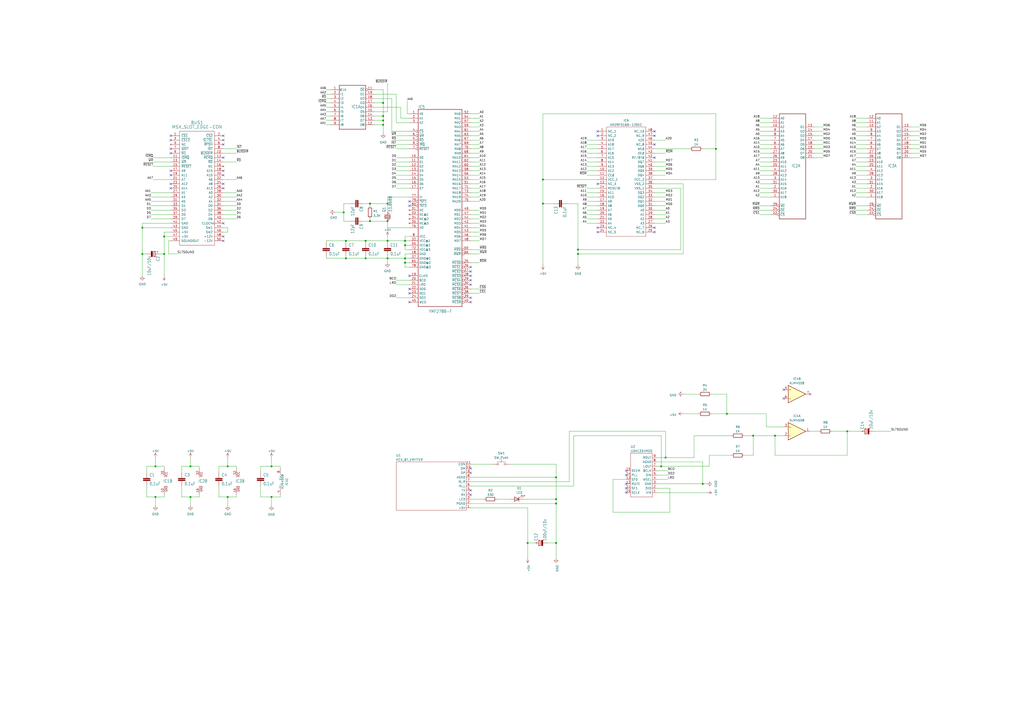
<source format=kicad_sch>
(kicad_sch (version 20230121) (generator eeschema)
  (paper "A2")
  (title_block (title "MSX OPL4 Wozblaster Reloaded") (date "2023-04-19") (rev "3.1") (company "The Retro Hacker") (comment 2 "Reloaded by Cristiano Goncalves") (comment 3 "Original Design by Gustavo Iriarte") (comment 4 "Wozblaster Reloaded v3"))
  (junction (at 157.48 288.29))
  (junction (at 132.08 270.51))
  (junction (at 234.95 149.86))
  (junction (at 335.28 144.78))
  (junction (at 90.17 288.29))
  (junction (at 90.17 270.51))
  (junction (at 322.58 276.86))
  (junction (at 306.07 314.96))
  (junction (at 95.25 147.32))
  (junction (at 132.08 288.29))
  (junction (at 407.67 280.67))
  (junction (at 224.79 149.86))
  (junction (at 82.55 132.08))
  (junction (at 212.09 149.86))
  (junction (at 110.49 270.51))
  (junction (at 199.39 123.19))
  (junction (at 82.55 147.32))
  (junction (at 222.25 59.69))
  (junction (at 234.95 139.7))
  (junction (at 449.58 252.73))
  (junction (at 200.66 149.86))
  (junction (at 224.79 118.11))
  (junction (at 383.54 270.51))
  (junction (at 212.09 139.7))
  (junction (at 322.58 292.1))
  (junction (at 222.25 72.39))
  (junction (at 421.64 240.03))
  (junction (at 335.28 147.32))
  (junction (at 234.95 142.24))
  (junction (at 110.49 288.29))
  (junction (at 322.58 289.56))
  (junction (at 95.25 137.16))
  (junction (at 436.88 252.73))
  (junction (at 314.96 104.14))
  (junction (at 234.95 152.4))
  (junction (at 491.49 250.19))
  (junction (at 214.63 118.11))
  (junction (at 214.63 128.27))
  (junction (at 222.25 69.85))
  (junction (at 322.58 314.96))
  (junction (at 224.79 139.7))
  (junction (at 314.96 118.11))
  (junction (at 222.25 67.31))
  (junction (at 157.48 270.51))
  (junction (at 200.66 139.7))
  (junction (at 386.08 265.43))
  (junction (at 415.29 86.36))
  (junction (at 224.79 128.27))
  (no_connect (at 379.73 78.74))
  (no_connect (at 379.73 134.62))
  (no_connect (at 237.49 160.02))
  (no_connect (at 454.66 226.06))
  (no_connect (at 346.71 134.62))
  (no_connect (at 363.22 285.75))
  (no_connect (at 363.22 280.67))
  (no_connect (at 363.22 283.21))
  (no_connect (at 273.05 160.02))
  (no_connect (at 273.05 157.48))
  (no_connect (at 273.05 154.94))
  (no_connect (at 273.05 165.1))
  (no_connect (at 273.05 162.56))
  (no_connect (at 273.05 175.26))
  (no_connect (at 273.05 172.72))
  (no_connect (at 99.06 109.22))
  (no_connect (at 99.06 106.68))
  (no_connect (at 99.06 99.06))
  (no_connect (at 99.06 101.6))
  (no_connect (at 129.54 129.54))
  (no_connect (at 129.54 106.68))
  (no_connect (at 129.54 109.22))
  (no_connect (at 237.49 116.84))
  (no_connect (at 237.49 119.38))
  (no_connect (at 454.66 231.14))
  (no_connect (at 237.49 167.64))
  (no_connect (at 346.71 76.2))
  (no_connect (at 273.05 274.32))
  (no_connect (at 273.05 271.78))
  (no_connect (at 379.73 132.08))
  (no_connect (at 237.49 170.18))
  (no_connect (at 237.49 175.26))
  (no_connect (at 363.22 275.59))
  (no_connect (at 129.54 139.7))
  (no_connect (at 346.71 132.08))
  (no_connect (at 346.71 78.74))
  (no_connect (at 273.05 287.02))
  (no_connect (at 363.22 273.05))
  (no_connect (at 469.9 228.6))
  (no_connect (at 379.73 76.2))
  (no_connect (at 273.05 284.48))
  (no_connect (at 379.73 83.82))
  (no_connect (at 379.73 91.44))
  (no_connect (at 129.54 99.06))
  (no_connect (at 129.54 101.6))
  (no_connect (at 129.54 137.16))
  (no_connect (at 346.71 106.68))
  (no_connect (at 99.06 78.74))
  (no_connect (at 99.06 81.28))
  (no_connect (at 99.06 86.36))
  (no_connect (at 99.06 88.9))
  (no_connect (at 129.54 78.74))
  (no_connect (at 129.54 81.28))
  (no_connect (at 129.54 83.82))
  (no_connect (at 129.54 91.44))
  (wire (pts (xy 224.79 132.08) (xy 237.49 132.08)))
  (wire (pts (xy 440.69 73.66) (xy 447.04 73.66)))
  (wire (pts (xy 431.8 264.16) (xy 436.88 264.16)))
  (wire (pts (xy 236.22 66.04) (xy 237.49 66.04)))
  (wire (pts (xy 273.05 281.94) (xy 332.74 281.94)))
  (wire (pts (xy 412.75 240.03) (xy 421.64 240.03)))
  (wire (pts (xy 229.87 83.82) (xy 237.49 83.82)))
  (wire (pts (xy 137.16 270.51) (xy 137.16 271.78)))
  (wire (pts (xy 132.08 288.29) (xy 137.16 288.29)))
  (wire (pts (xy 217.17 52.07) (xy 222.25 52.07)))
  (wire (pts (xy 396.24 147.32) (xy 335.28 147.32)))
  (wire (pts (xy 383.54 252.73) (xy 383.54 270.51)))
  (wire (pts (xy 234.95 142.24) (xy 234.95 144.78)))
  (wire (pts (xy 273.05 129.54) (xy 278.13 129.54)))
  (wire (pts (xy 162.56 287.02) (xy 162.56 288.29)))
  (wire (pts (xy 309.88 314.96) (xy 306.07 314.96)))
  (wire (pts (xy 335.28 144.78) (xy 335.28 147.32)))
  (wire (pts (xy 386.08 265.43) (xy 402.59 265.43)))
  (wire (pts (xy 189.23 67.31) (xy 191.77 67.31)))
  (wire (pts (xy 229.87 93.98) (xy 237.49 93.98)))
  (wire (pts (xy 496.57 109.22) (xy 502.92 109.22)))
  (wire (pts (xy 229.87 96.52) (xy 237.49 96.52)))
  (wire (pts (xy 157.48 265.43) (xy 157.48 270.51)))
  (wire (pts (xy 394.97 109.22) (xy 394.97 144.78)))
  (wire (pts (xy 436.88 252.73) (xy 449.58 252.73)))
  (wire (pts (xy 214.63 127) (xy 214.63 128.27)))
  (wire (pts (xy 421.64 228.6) (xy 421.64 240.03)))
  (wire (pts (xy 88.9 91.44) (xy 99.06 91.44)))
  (wire (pts (xy 496.57 73.66) (xy 502.92 73.66)))
  (wire (pts (xy 129.54 124.46) (xy 137.16 124.46)))
  (wire (pts (xy 421.64 240.03) (xy 444.5 240.03)))
  (wire (pts (xy 212.09 149.86) (xy 224.79 149.86)))
  (wire (pts (xy 88.9 96.52) (xy 99.06 96.52)))
  (wire (pts (xy 436.88 264.16) (xy 436.88 252.73)))
  (wire (pts (xy 314.96 118.11) (xy 314.96 153.67)))
  (wire (pts (xy 82.55 132.08) (xy 99.06 132.08)))
  (wire (pts (xy 229.87 162.56) (xy 237.49 162.56)))
  (wire (pts (xy 82.55 129.54) (xy 82.55 132.08)))
  (wire (pts (xy 129.54 127) (xy 137.16 127)))
  (wire (pts (xy 472.44 86.36) (xy 477.52 86.36)))
  (wire (pts (xy 381 275.59) (xy 387.35 275.59)))
  (wire (pts (xy 132.08 265.43) (xy 132.08 270.51)))
  (wire (pts (xy 105.41 288.29) (xy 110.49 288.29)))
  (wire (pts (xy 273.05 111.76) (xy 278.13 111.76)))
  (wire (pts (xy 407.67 267.97) (xy 407.67 280.67)))
  (wire (pts (xy 234.95 142.24) (xy 237.49 142.24)))
  (wire (pts (xy 273.05 121.92) (xy 278.13 121.92)))
  (wire (pts (xy 528.32 76.2) (xy 533.4 76.2)))
  (wire (pts (xy 528.32 73.66) (xy 533.4 73.66)))
  (wire (pts (xy 491.49 250.19) (xy 499.11 250.19)))
  (wire (pts (xy 396.24 228.6) (xy 405.13 228.6)))
  (wire (pts (xy 340.36 129.54) (xy 346.71 129.54)))
  (wire (pts (xy 496.57 76.2) (xy 502.92 76.2)))
  (wire (pts (xy 222.25 59.69) (xy 222.25 67.31)))
  (wire (pts (xy 95.25 137.16) (xy 99.06 137.16)))
  (wire (pts (xy 379.73 127) (xy 386.08 127)))
  (wire (pts (xy 496.57 86.36) (xy 502.92 86.36)))
  (wire (pts (xy 151.13 274.32) (xy 151.13 270.51)))
  (wire (pts (xy 379.73 106.68) (xy 396.24 106.68)))
  (wire (pts (xy 330.2 279.4) (xy 330.2 250.19)))
  (wire (pts (xy 234.95 152.4) (xy 234.95 154.94)))
  (wire (pts (xy 273.05 292.1) (xy 322.58 292.1)))
  (wire (pts (xy 210.82 128.27) (xy 214.63 128.27)))
  (wire (pts (xy 388.62 283.21) (xy 388.62 297.18)))
  (wire (pts (xy 444.5 247.65) (xy 454.66 247.65)))
  (wire (pts (xy 273.05 152.4) (xy 278.13 152.4)))
  (wire (pts (xy 85.09 288.29) (xy 90.17 288.29)))
  (wire (pts (xy 151.13 288.29) (xy 151.13 281.94)))
  (wire (pts (xy 224.79 139.7) (xy 234.95 139.7)))
  (wire (pts (xy 273.05 132.08) (xy 278.13 132.08)))
  (wire (pts (xy 381 283.21) (xy 388.62 283.21)))
  (wire (pts (xy 496.57 124.46) (xy 502.92 124.46)))
  (wire (pts (xy 496.57 121.92) (xy 502.92 121.92)))
  (wire (pts (xy 388.62 297.18) (xy 355.6 297.18)))
  (wire (pts (xy 222.25 52.07) (xy 222.25 59.69)))
  (wire (pts (xy 340.36 124.46) (xy 346.71 124.46)))
  (wire (pts (xy 440.69 93.98) (xy 447.04 93.98)))
  (wire (pts (xy 189.23 69.85) (xy 191.77 69.85)))
  (wire (pts (xy 379.73 124.46) (xy 386.08 124.46)))
  (wire (pts (xy 129.54 132.08) (xy 132.08 132.08)))
  (wire (pts (xy 379.73 93.98) (xy 386.08 93.98)))
  (wire (pts (xy 330.2 250.19) (xy 386.08 250.19)))
  (wire (pts (xy 440.69 121.92) (xy 447.04 121.92)))
  (wire (pts (xy 381 280.67) (xy 407.67 280.67)))
  (wire (pts (xy 440.69 99.06) (xy 447.04 99.06)))
  (wire (pts (xy 194.31 123.19) (xy 199.39 123.19)))
  (wire (pts (xy 85.09 281.94) (xy 85.09 288.29)))
  (wire (pts (xy 440.69 106.68) (xy 447.04 106.68)))
  (wire (pts (xy 379.73 86.36) (xy 400.05 86.36)))
  (wire (pts (xy 440.69 81.28) (xy 447.04 81.28)))
  (wire (pts (xy 415.29 104.14) (xy 415.29 86.36)))
  (wire (pts (xy 340.36 93.98) (xy 346.71 93.98)))
  (wire (pts (xy 322.58 289.56) (xy 322.58 292.1)))
  (wire (pts (xy 189.23 62.23) (xy 191.77 62.23)))
  (wire (pts (xy 379.73 81.28) (xy 386.08 81.28)))
  (wire (pts (xy 82.55 147.32) (xy 85.09 147.32)))
  (wire (pts (xy 224.79 149.86) (xy 234.95 149.86)))
  (wire (pts (xy 229.87 71.12) (xy 237.49 71.12)))
  (wire (pts (xy 189.23 64.77) (xy 191.77 64.77)))
  (wire (pts (xy 340.36 88.9) (xy 346.71 88.9)))
  (wire (pts (xy 340.36 83.82) (xy 346.71 83.82)))
  (wire (pts (xy 227.33 57.15) (xy 227.33 76.2)))
  (wire (pts (xy 496.57 71.12) (xy 502.92 71.12)))
  (wire (pts (xy 379.73 121.92) (xy 386.08 121.92)))
  (wire (pts (xy 528.32 88.9) (xy 533.4 88.9)))
  (wire (pts (xy 340.36 109.22) (xy 346.71 109.22)))
  (wire (pts (xy 322.58 276.86) (xy 322.58 289.56)))
  (wire (pts (xy 110.49 270.51) (xy 105.41 270.51)))
  (wire (pts (xy 234.95 147.32) (xy 234.95 149.86)))
  (wire (pts (xy 229.87 101.6) (xy 237.49 101.6)))
  (wire (pts (xy 127 270.51) (xy 127 274.32)))
  (wire (pts (xy 288.29 289.56) (xy 295.91 289.56)))
  (wire (pts (xy 379.73 111.76) (xy 386.08 111.76)))
  (wire (pts (xy 90.17 270.51) (xy 95.25 270.51)))
  (wire (pts (xy 396.24 106.68) (xy 396.24 147.32)))
  (wire (pts (xy 234.95 137.16) (xy 234.95 139.7)))
  (wire (pts (xy 273.05 106.68) (xy 278.13 106.68)))
  (wire (pts (xy 496.57 83.82) (xy 502.92 83.82)))
  (wire (pts (xy 306.07 294.64) (xy 306.07 314.96)))
  (wire (pts (xy 528.32 83.82) (xy 533.4 83.82)))
  (wire (pts (xy 340.36 99.06) (xy 346.71 99.06)))
  (wire (pts (xy 379.73 109.22) (xy 394.97 109.22)))
  (wire (pts (xy 87.63 121.92) (xy 99.06 121.92)))
  (wire (pts (xy 322.58 269.24) (xy 322.58 276.86)))
  (wire (pts (xy 317.5 314.96) (xy 322.58 314.96)))
  (wire (pts (xy 440.69 101.6) (xy 447.04 101.6)))
  (wire (pts (xy 440.69 68.58) (xy 447.04 68.58)))
  (wire (pts (xy 440.69 119.38) (xy 447.04 119.38)))
  (wire (pts (xy 88.9 104.14) (xy 99.06 104.14)))
  (wire (pts (xy 234.95 139.7) (xy 237.49 139.7)))
  (wire (pts (xy 157.48 270.51) (xy 162.56 270.51)))
  (wire (pts (xy 212.09 139.7) (xy 224.79 139.7)))
  (wire (pts (xy 440.69 111.76) (xy 447.04 111.76)))
  (wire (pts (xy 440.69 76.2) (xy 447.04 76.2)))
  (wire (pts (xy 528.32 78.74) (xy 533.4 78.74)))
  (wire (pts (xy 273.05 114.3) (xy 278.13 114.3)))
  (wire (pts (xy 189.23 72.39) (xy 191.77 72.39)))
  (wire (pts (xy 273.05 147.32) (xy 278.13 147.32)))
  (wire (pts (xy 212.09 149.86) (xy 212.09 148.59)))
  (wire (pts (xy 379.73 114.3) (xy 386.08 114.3)))
  (wire (pts (xy 200.66 139.7) (xy 200.66 140.97)))
  (wire (pts (xy 129.54 111.76) (xy 137.16 111.76)))
  (wire (pts (xy 229.87 106.68) (xy 237.49 106.68)))
  (wire (pts (xy 496.57 114.3) (xy 502.92 114.3)))
  (wire (pts (xy 189.23 57.15) (xy 191.77 57.15)))
  (wire (pts (xy 396.24 240.03) (xy 405.13 240.03)))
  (wire (pts (xy 95.25 134.62) (xy 99.06 134.62)))
  (wire (pts (xy 189.23 149.86) (xy 200.66 149.86)))
  (wire (pts (xy 273.05 68.58) (xy 278.13 68.58)))
  (wire (pts (xy 411.48 270.51) (xy 411.48 264.16)))
  (wire (pts (xy 335.28 147.32) (xy 335.28 153.67)))
  (wire (pts (xy 273.05 66.04) (xy 278.13 66.04)))
  (wire (pts (xy 335.28 118.11) (xy 335.28 144.78)))
  (wire (pts (xy 224.79 64.77) (xy 217.17 64.77)))
  (wire (pts (xy 217.17 67.31) (xy 222.25 67.31)))
  (wire (pts (xy 189.23 149.86) (xy 189.23 148.59)))
  (wire (pts (xy 129.54 86.36) (xy 137.16 86.36)))
  (wire (pts (xy 402.59 265.43) (xy 402.59 252.73)))
  (wire (pts (xy 273.05 170.18) (xy 278.13 170.18)))
  (wire (pts (xy 402.59 252.73) (xy 424.18 252.73)))
  (wire (pts (xy 110.49 288.29) (xy 110.49 293.37)))
  (wire (pts (xy 229.87 78.74) (xy 237.49 78.74)))
  (wire (pts (xy 95.25 137.16) (xy 95.25 147.32)))
  (wire (pts (xy 379.73 96.52) (xy 386.08 96.52)))
  (wire (pts (xy 273.05 101.6) (xy 278.13 101.6)))
  (wire (pts (xy 496.57 88.9) (xy 502.92 88.9)))
  (wire (pts (xy 394.97 144.78) (xy 335.28 144.78)))
  (wire (pts (xy 129.54 119.38) (xy 137.16 119.38)))
  (wire (pts (xy 322.58 292.1) (xy 322.58 314.96)))
  (wire (pts (xy 340.36 114.3) (xy 346.71 114.3)))
  (wire (pts (xy 224.79 128.27) (xy 224.79 132.08)))
  (wire (pts (xy 340.36 81.28) (xy 346.71 81.28)))
  (wire (pts (xy 340.36 111.76) (xy 346.71 111.76)))
  (wire (pts (xy 110.49 288.29) (xy 115.57 288.29)))
  (wire (pts (xy 82.55 147.32) (xy 82.55 160.02)))
  (wire (pts (xy 129.54 104.14) (xy 137.16 104.14)))
  (wire (pts (xy 110.49 265.43) (xy 110.49 270.51)))
  (wire (pts (xy 440.69 91.44) (xy 447.04 91.44)))
  (wire (pts (xy 431.8 252.73) (xy 436.88 252.73)))
  (wire (pts (xy 229.87 165.1) (xy 237.49 165.1)))
  (wire (pts (xy 469.9 250.19) (xy 474.98 250.19)))
  (wire (pts (xy 129.54 121.92) (xy 137.16 121.92)))
  (wire (pts (xy 381 285.75) (xy 410.21 285.75)))
  (wire (pts (xy 237.49 147.32) (xy 234.95 147.32)))
  (wire (pts (xy 227.33 76.2) (xy 237.49 76.2)))
  (wire (pts (xy 528.32 91.44) (xy 533.4 91.44)))
  (wire (pts (xy 273.05 167.64) (xy 278.13 167.64)))
  (wire (pts (xy 528.32 86.36) (xy 533.4 86.36)))
  (wire (pts (xy 482.6 250.19) (xy 491.49 250.19)))
  (wire (pts (xy 273.05 109.22) (xy 278.13 109.22)))
  (wire (pts (xy 444.5 240.03) (xy 444.5 247.65)))
  (wire (pts (xy 386.08 250.19) (xy 386.08 265.43)))
  (wire (pts (xy 411.48 264.16) (xy 424.18 264.16)))
  (wire (pts (xy 132.08 270.51) (xy 127 270.51)))
  (wire (pts (xy 151.13 270.51) (xy 157.48 270.51)))
  (wire (pts (xy 200.66 139.7) (xy 212.09 139.7)))
  (wire (pts (xy 85.09 270.51) (xy 85.09 274.32)))
  (wire (pts (xy 115.57 288.29) (xy 115.57 287.02)))
  (wire (pts (xy 222.25 69.85) (xy 222.25 72.39)))
  (wire (pts (xy 332.74 252.73) (xy 383.54 252.73)))
  (wire (pts (xy 214.63 128.27) (xy 224.79 128.27)))
  (wire (pts (xy 90.17 265.43) (xy 90.17 270.51)))
  (wire (pts (xy 314.96 104.14) (xy 346.71 104.14)))
  (wire (pts (xy 407.67 86.36) (xy 415.29 86.36)))
  (wire (pts (xy 273.05 76.2) (xy 278.13 76.2)))
  (wire (pts (xy 273.05 91.44) (xy 278.13 91.44)))
  (wire (pts (xy 95.25 270.51) (xy 95.25 271.78)))
  (wire (pts (xy 157.48 288.29) (xy 162.56 288.29)))
  (wire (pts (xy 273.05 88.9) (xy 278.13 88.9)))
  (wire (pts (xy 472.44 76.2) (xy 477.52 76.2)))
  (wire (pts (xy 496.57 119.38) (xy 502.92 119.38)))
  (wire (pts (xy 355.6 297.18) (xy 355.6 278.13)))
  (wire (pts (xy 440.69 104.14) (xy 447.04 104.14)))
  (wire (pts (xy 137.16 287.02) (xy 137.16 288.29)))
  (wire (pts (xy 273.05 73.66) (xy 278.13 73.66)))
  (wire (pts (xy 273.05 279.4) (xy 330.2 279.4)))
  (wire (pts (xy 306.07 314.96) (xy 306.07 323.85)))
  (wire (pts (xy 162.56 270.51) (xy 162.56 271.78)))
  (wire (pts (xy 506.73 250.19) (xy 516.89 250.19)))
  (wire (pts (xy 381 273.05) (xy 387.35 273.05)))
  (wire (pts (xy 229.87 91.44) (xy 237.49 91.44)))
  (wire (pts (xy 440.69 86.36) (xy 447.04 86.36)))
  (wire (pts (xy 82.55 132.08) (xy 82.55 147.32)))
  (wire (pts (xy 203.2 128.27) (xy 199.39 128.27)))
  (wire (pts (xy 273.05 116.84) (xy 278.13 116.84)))
  (wire (pts (xy 203.2 118.11) (xy 199.39 118.11)))
  (wire (pts (xy 379.73 104.14) (xy 415.29 104.14)))
  (wire (pts (xy 92.71 147.32) (xy 95.25 147.32)))
  (wire (pts (xy 273.05 96.52) (xy 278.13 96.52)))
  (wire (pts (xy 340.36 119.38) (xy 346.71 119.38)))
  (wire (pts (xy 191.77 54.61) (xy 189.23 54.61)))
  (wire (pts (xy 273.05 127) (xy 278.13 127)))
  (wire (pts (xy 314.96 66.04) (xy 314.96 104.14)))
  (wire (pts (xy 273.05 71.12) (xy 278.13 71.12)))
  (wire (pts (xy 237.49 149.86) (xy 234.95 149.86)))
  (wire (pts (xy 87.63 111.76) (xy 99.06 111.76)))
  (wire (pts (xy 379.73 101.6) (xy 386.08 101.6)))
  (wire (pts (xy 472.44 81.28) (xy 477.52 81.28)))
  (wire (pts (xy 129.54 116.84) (xy 137.16 116.84)))
  (wire (pts (xy 95.25 147.32) (xy 95.25 160.02)))
  (wire (pts (xy 340.36 121.92) (xy 346.71 121.92)))
  (wire (pts (xy 127 288.29) (xy 127 281.94)))
  (wire (pts (xy 229.87 104.14) (xy 237.49 104.14)))
  (wire (pts (xy 528.32 81.28) (xy 533.4 81.28)))
  (wire (pts (xy 496.57 101.6) (xy 502.92 101.6)))
  (wire (pts (xy 322.58 314.96) (xy 322.58 323.85)))
  (wire (pts (xy 90.17 288.29) (xy 95.25 288.29)))
  (wire (pts (xy 234.95 144.78) (xy 237.49 144.78)))
  (wire (pts (xy 314.96 66.04) (xy 415.29 66.04)))
  (wire (pts (xy 224.79 148.59) (xy 224.79 149.86)))
  (wire (pts (xy 273.05 139.7) (xy 278.13 139.7)))
  (wire (pts (xy 105.41 270.51) (xy 105.41 274.32)))
  (wire (pts (xy 97.79 139.7) (xy 99.06 139.7)))
  (wire (pts (xy 355.6 278.13) (xy 363.22 278.13)))
  (wire (pts (xy 217.17 72.39) (xy 222.25 72.39)))
  (wire (pts (xy 440.69 124.46) (xy 447.04 124.46)))
  (wire (pts (xy 472.44 83.82) (xy 477.52 83.82)))
  (wire (pts (xy 105.41 281.94) (xy 105.41 288.29)))
  (wire (pts (xy 472.44 91.44) (xy 477.52 91.44)))
  (wire (pts (xy 229.87 99.06) (xy 237.49 99.06)))
  (wire (pts (xy 491.49 250.19) (xy 491.49 264.16)))
  (wire (pts (xy 217.17 54.61) (xy 229.87 54.61)))
  (wire (pts (xy 496.57 99.06) (xy 502.92 99.06)))
  (wire (pts (xy 328.93 118.11) (xy 335.28 118.11)))
  (wire (pts (xy 383.54 270.51) (xy 411.48 270.51)))
  (wire (pts (xy 295.91 269.24) (xy 322.58 269.24)))
  (wire (pts (xy 137.16 270.51) (xy 132.08 270.51)))
  (wire (pts (xy 224.79 149.86) (xy 224.79 152.4)))
  (wire (pts (xy 234.95 154.94) (xy 237.49 154.94)))
  (wire (pts (xy 496.57 78.74) (xy 502.92 78.74)))
  (wire (pts (xy 132.08 132.08) (xy 132.08 134.62)))
  (wire (pts (xy 273.05 86.36) (xy 278.13 86.36)))
  (wire (pts (xy 340.36 101.6) (xy 346.71 101.6)))
  (wire (pts (xy 303.53 289.56) (xy 322.58 289.56)))
  (wire (pts (xy 200.66 149.86) (xy 200.66 148.59)))
  (wire (pts (xy 237.49 152.4) (xy 234.95 152.4)))
  (wire (pts (xy 314.96 118.11) (xy 321.31 118.11)))
  (wire (pts (xy 379.73 119.38) (xy 386.08 119.38)))
  (wire (pts (xy 496.57 104.14) (xy 502.92 104.14)))
  (wire (pts (xy 129.54 93.98) (xy 137.16 93.98)))
  (wire (pts (xy 222.25 69.85) (xy 222.25 67.31)))
  (wire (pts (xy 212.09 139.7) (xy 212.09 140.97)))
  (wire (pts (xy 407.67 280.67) (xy 410.21 280.67)))
  (wire (pts (xy 224.79 139.7) (xy 224.79 140.97)))
  (wire (pts (xy 87.63 119.38) (xy 99.06 119.38)))
  (wire (pts (xy 440.69 96.52) (xy 447.04 96.52)))
  (wire (pts (xy 95.25 288.29) (xy 95.25 287.02)))
  (wire (pts (xy 273.05 144.78) (xy 278.13 144.78)))
  (wire (pts (xy 87.63 114.3) (xy 99.06 114.3)))
  (wire (pts (xy 95.25 134.62) (xy 95.25 137.16)))
  (wire (pts (xy 87.63 116.84) (xy 99.06 116.84)))
  (wire (pts (xy 415.29 86.36) (xy 415.29 66.04)))
  (wire (pts (xy 229.87 172.72) (xy 237.49 172.72)))
  (wire (pts (xy 115.57 270.51) (xy 110.49 270.51)))
  (wire (pts (xy 129.54 114.3) (xy 137.16 114.3)))
  (wire (pts (xy 379.73 99.06) (xy 386.08 99.06)))
  (wire (pts (xy 440.69 83.82) (xy 447.04 83.82)))
  (wire (pts (xy 97.79 147.32) (xy 102.87 147.32)))
  (wire (pts (xy 224.79 48.26) (xy 224.79 64.77)))
  (wire (pts (xy 273.05 99.06) (xy 278.13 99.06)))
  (wire (pts (xy 229.87 54.61) (xy 229.87 71.12)))
  (wire (pts (xy 496.57 91.44) (xy 502.92 91.44)))
  (wire (pts (xy 496.57 68.58) (xy 502.92 68.58)))
  (wire (pts (xy 340.36 116.84) (xy 346.71 116.84)))
  (wire (pts (xy 232.41 62.23) (xy 232.41 68.58)))
  (wire (pts (xy 132.08 134.62) (xy 129.54 134.62)))
  (wire (pts (xy 217.17 62.23) (xy 232.41 62.23)))
  (wire (pts (xy 449.58 264.16) (xy 449.58 252.73)))
  (wire (pts (xy 237.49 137.16) (xy 234.95 137.16)))
  (wire (pts (xy 189.23 59.69) (xy 191.77 59.69)))
  (wire (pts (xy 189.23 52.07) (xy 191.77 52.07)))
  (wire (pts (xy 199.39 123.19) (xy 199.39 128.27)))
  (wire (pts (xy 189.23 139.7) (xy 200.66 139.7)))
  (wire (pts (xy 129.54 88.9) (xy 137.16 88.9)))
  (wire (pts (xy 340.36 96.52) (xy 346.71 96.52)))
  (wire (pts (xy 381 278.13) (xy 387.35 278.13)))
  (wire (pts (xy 273.05 124.46) (xy 278.13 124.46)))
  (wire (pts (xy 381 265.43) (xy 386.08 265.43)))
  (wire (pts (xy 224.79 114.3) (xy 237.49 114.3)))
  (wire (pts (xy 82.55 129.54) (xy 99.06 129.54)))
  (wire (pts (xy 496.57 111.76) (xy 502.92 111.76)))
  (wire (pts (xy 85.09 270.51) (xy 90.17 270.51)))
  (wire (pts (xy 151.13 288.29) (xy 157.48 288.29)))
  (wire (pts (xy 273.05 294.64) (xy 306.07 294.64)))
  (wire (pts (xy 449.58 252.73) (xy 454.66 252.73)))
  (wire (pts (xy 381 270.51) (xy 383.54 270.51)))
  (wire (pts (xy 314.96 104.14) (xy 314.96 118.11)))
  (wire (pts (xy 379.73 116.84) (xy 386.08 116.84)))
  (wire (pts (xy 236.22 66.04) (xy 236.22 58.42)))
  (wire (pts (xy 217.17 69.85) (xy 222.25 69.85)))
  (wire (pts (xy 472.44 78.74) (xy 477.52 78.74)))
  (wire (pts (xy 199.39 118.11) (xy 199.39 123.19)))
  (wire (pts (xy 200.66 149.86) (xy 212.09 149.86)))
  (wire (pts (xy 234.95 149.86) (xy 234.95 152.4)))
  (wire (pts (xy 496.57 106.68) (xy 502.92 106.68)))
  (wire (pts (xy 379.73 88.9) (xy 386.08 88.9)))
  (wire (pts (xy 273.05 104.14) (xy 278.13 104.14)))
  (wire (pts (xy 115.57 270.51) (xy 115.57 271.78)))
  (wire (pts (xy 472.44 73.66) (xy 477.52 73.66)))
  (wire (pts (xy 273.05 83.82) (xy 278.13 83.82)))
  (wire (pts (xy 224.79 118.11) (xy 224.79 123.19)))
  (wire (pts (xy 224.79 137.16) (xy 224.79 139.7)))
  (wire (pts (xy 87.63 124.46) (xy 99.06 124.46)))
  (wire (pts (xy 127 288.29) (xy 132.08 288.29)))
  (wire (pts (xy 229.87 81.28) (xy 237.49 81.28)))
  (wire (pts (xy 273.05 289.56) (xy 280.67 289.56)))
  (wire (pts (xy 472.44 88.9) (xy 477.52 88.9)))
  (wire (pts (xy 229.87 86.36) (xy 237.49 86.36)))
  (wire (pts (xy 87.63 127) (xy 99.06 127)))
  (wire (pts (xy 97.79 139.7) (xy 97.79 147.32)))
  (wire (pts (xy 340.36 86.36) (xy 346.71 86.36)))
  (wire (pts (xy 381 267.97) (xy 407.67 267.97)))
  (wire (pts (xy 229.87 109.22) (xy 237.49 109.22)))
  (wire (pts (xy 379.73 129.54) (xy 386.08 129.54)))
  (wire (pts (xy 214.63 118.11) (xy 214.63 119.38)))
  (wire (pts (xy 90.17 288.29) (xy 90.17 293.37)))
  (wire (pts (xy 440.69 71.12) (xy 447.04 71.12)))
  (wire (pts (xy 491.49 264.16) (xy 449.58 264.16)))
  (wire (pts (xy 273.05 269.24) (xy 285.75 269.24)))
  (wire (pts (xy 496.57 96.52) (xy 502.92 96.52)))
  (wire (pts (xy 440.69 78.74) (xy 447.04 78.74)))
  (wire (pts (xy 224.79 114.3) (xy 224.79 118.11)))
  (wire (pts (xy 332.74 281.94) (xy 332.74 252.73)))
  (wire (pts (xy 88.9 93.98) (xy 99.06 93.98)))
  (wire (pts (xy 234.95 139.7) (xy 234.95 142.24)))
  (wire (pts (xy 273.05 134.62) (xy 278.13 134.62)))
  (wire (pts (xy 340.36 91.44) (xy 346.71 91.44)))
  (wire (pts (xy 340.36 127) (xy 346.71 127)))
  (wire (pts (xy 440.69 88.9) (xy 447.04 88.9)))
  (wire (pts (xy 217.17 59.69) (xy 222.25 59.69)))
  (wire (pts (xy 496.57 81.28) (xy 502.92 81.28)))
  (wire (pts (xy 273.05 276.86) (xy 322.58 276.86)))
  (wire (pts (xy 189.23 139.7) (xy 189.23 140.97)))
  (wire (pts (xy 157.48 288.29) (xy 157.48 293.37)))
  (wire (pts (xy 232.41 68.58) (xy 237.49 68.58)))
  (wire (pts (xy 273.05 93.98) (xy 278.13 93.98)))
  (wire (pts (xy 273.05 81.28) (xy 278.13 81.28)))
  (wire (pts (xy 132.08 288.29) (xy 132.08 293.37)))
  (wire (pts (xy 217.17 57.15) (xy 227.33 57.15)))
  (wire (pts (xy 496.57 93.98) (xy 502.92 93.98)))
  (wire (pts (xy 273.05 137.16) (xy 278.13 137.16)))
  (wire (pts (xy 440.69 114.3) (xy 447.04 114.3)))
  (wire (pts (xy 214.63 118.11) (xy 224.79 118.11)))
  (wire (pts (xy 440.69 109.22) (xy 447.04 109.22)))
  (wire (pts (xy 222.25 72.39) (xy 222.25 77.47)))
  (wire (pts (xy 273.05 78.74) (xy 278.13 78.74)))
  (wire (pts (xy 210.82 118.11) (xy 214.63 118.11)))
  (wire (pts (xy 412.75 228.6) (xy 421.64 228.6)))
  (label "MD4" (at 386.08 101.6 0) (effects (font (size 1.2446 1.2446))))
  (label "AA3" (at 87.63 114.3 180) (effects (font (size 1.2446 1.2446))))
  (label "AA2" (at 137.16 114.3 0) (effects (font (size 1.2446 1.2446))))
  (label "~{MRD}" (at 440.69 121.92 180) (effects (font (size 1.2446 1.2446))))
  (label "A12" (at 440.69 111.76 180) (effects (font (size 1.2446 1.2446))))
  (label "A8" (at 496.57 71.12 180) (effects (font (size 1.2446 1.2446))))
  (label "A2" (at 440.69 114.3 180) (effects (font (size 1.2446 1.2446))))
  (label "MD2" (at 533.4 78.74 0) (effects (font (size 1.2446 1.2446))))
  (label "~{MWR}" (at 440.69 119.38 180) (effects (font (size 1.2446 1.2446))))
  (label "A11" (at 440.69 99.06 180) (effects (font (size 1.2446 1.2446))))
  (label "MD0" (at 533.4 81.28 0) (effects (font (size 1.2446 1.2446))))
  (label "AA5" (at 189.23 62.23 180) (effects (font (size 1.2446 1.2446))))
  (label "A17" (at 340.36 86.36 180) (effects (font (size 1.2446 1.2446))))
  (label "~{MRD}" (at 496.57 121.92 180) (effects (font (size 1.2446 1.2446))))
  (label "~{RESET}" (at 88.9 96.52 180) (effects (font (size 1.2446 1.2446))))
  (label "D1" (at 229.87 93.98 180) (effects (font (size 1.2446 1.2446))))
  (label "A17" (at 496.57 91.44 180) (effects (font (size 1.2446 1.2446))))
  (label "A20" (at 278.13 116.84 0) (effects (font (size 1.2446 1.2446))))
  (label "A13" (at 278.13 99.06 0) (effects (font (size 1.2446 1.2446))))
  (label "MD4" (at 477.52 76.2 0) (effects (font (size 1.2446 1.2446))))
  (label "A16" (at 278.13 106.68 0) (effects (font (size 1.2446 1.2446))))
  (label "MD7" (at 533.4 91.44 0) (effects (font (size 1.2446 1.2446))))
  (label "MD6" (at 278.13 137.16 0) (effects (font (size 1.2446 1.2446))))
  (label "~{RESET}" (at 229.87 86.36 180) (effects (font (size 1.2446 1.2446))))
  (label "AA6" (at 189.23 52.07 180) (effects (font (size 1.2446 1.2446))))
  (label "~{IORQ}" (at 88.9 91.44 180) (effects (font (size 1.2446 1.2446))))
  (label "A8" (at 440.69 71.12 180) (effects (font (size 1.2446 1.2446))))
  (label "~{RESET}" (at 340.36 109.22 180) (effects (font (size 1.2446 1.2446))))
  (label "A5" (at 440.69 76.2 180) (effects (font (size 1.2446 1.2446))))
  (label "A2" (at 496.57 114.3 180) (effects (font (size 1.2446 1.2446))))
  (label "MD2" (at 386.08 114.3 0) (effects (font (size 1.2446 1.2446))))
  (label "AA7" (at 189.23 69.85 180) (effects (font (size 1.2446 1.2446))))
  (label "AA3" (at 189.23 67.31 180) (effects (font (size 1.2446 1.2446))))
  (label "D0" (at 137.16 119.38 0) (effects (font (size 1.2446 1.2446))))
  (label "A14" (at 496.57 83.82 180) (effects (font (size 1.2446 1.2446))))
  (label "A5" (at 496.57 76.2 180) (effects (font (size 1.2446 1.2446))))
  (label "LRO" (at 229.87 165.1 180))
  (label "~{RD}" (at 229.87 81.28 180) (effects (font (size 1.2446 1.2446))))
  (label "A5" (at 340.36 127 180) (effects (font (size 1.2446 1.2446))))
  (label "MD2" (at 278.13 127 0) (effects (font (size 1.2446 1.2446))))
  (label "A1" (at 496.57 109.22 180) (effects (font (size 1.2446 1.2446))))
  (label "A6" (at 440.69 73.66 180) (effects (font (size 1.2446 1.2446))))
  (label "MD4" (at 533.4 76.2 0) (effects (font (size 1.2446 1.2446))))
  (label "AA4" (at 189.23 64.77 180) (effects (font (size 1.2446 1.2446))))
  (label "MD0" (at 477.52 81.28 0) (effects (font (size 1.2446 1.2446))))
  (label "MD3" (at 533.4 86.36 0) (effects (font (size 1.2446 1.2446))))
  (label "MD4" (at 278.13 132.08 0) (effects (font (size 1.2446 1.2446))))
  (label "A14" (at 340.36 93.98 180) (effects (font (size 1.2446 1.2446))))
  (label "~{ROM}" (at 278.13 152.4 0) (effects (font (size 1.2446 1.2446))))
  (label "A1" (at 278.13 68.58 0) (effects (font (size 1.2446 1.2446))))
  (label "A5" (at 278.13 78.74 0) (effects (font (size 1.2446 1.2446))))
  (label "~{INT}" (at 137.16 86.36 0) (effects (font (size 1.2446 1.2446))))
  (label "A1" (at 440.69 109.22 180) (effects (font (size 1.2446 1.2446))))
  (label "~{WR}" (at 229.87 78.74 180) (effects (font (size 1.2446 1.2446))))
  (label "A18" (at 278.13 111.76 0) (effects (font (size 1.2446 1.2446))))
  (label "~{BUSDIR}" (at 137.16 88.9 0) (effects (font (size 1.2446 1.2446))))
  (label "D5" (at 229.87 104.14 180) (effects (font (size 1.2446 1.2446))))
  (label "A2" (at 278.13 71.12 0) (effects (font (size 1.2446 1.2446))))
  (label "AA2" (at 189.23 54.61 180) (effects (font (size 1.2446 1.2446))))
  (label "AA1" (at 189.23 72.39 180) (effects (font (size 1.2446 1.2446))))
  (label "AA0" (at 137.16 111.76 0) (effects (font (size 1.2446 1.2446))) (property "Netclass" "SIGNAL" (effects hide)))
  (label "A12" (at 278.13 96.52 0) (effects (font (size 1.2446 1.2446))))
  (label "~{MWR}" (at 496.57 119.38 180) (effects (font (size 1.2446 1.2446))))
  (label "A0" (at 278.13 66.04 0) (effects (font (size 1.2446 1.2446))))
  (label "A3" (at 496.57 106.68 180) (effects (font (size 1.2446 1.2446))))
  (label "A7" (at 440.69 93.98 180) (effects (font (size 1.2446 1.2446))))
  (label "D7" (at 87.63 127 180) (effects (font (size 1.2446 1.2446))))
  (label "A17" (at 440.69 91.44 180) (effects (font (size 1.2446 1.2446))))
  (label "A10" (at 440.69 86.36 180) (effects (font (size 1.2446 1.2446))))
  (label "A12" (at 340.36 99.06 180) (effects (font (size 1.2446 1.2446))))
  (label "A15" (at 496.57 88.9 180) (effects (font (size 1.2446 1.2446))))
  (label "A15" (at 440.69 88.9 180) (effects (font (size 1.2446 1.2446))))
  (label "DO2" (at 387.35 275.59 0))
  (label "A6" (at 496.57 73.66 180) (effects (font (size 1.2446 1.2446))))
  (label "A10" (at 496.57 86.36 180) (effects (font (size 1.2446 1.2446))))
  (label "D5" (at 87.63 124.46 180) (effects (font (size 1.2446 1.2446))))
  (label "A7" (at 278.13 83.82 0) (effects (font (size 1.2446 1.2446))))
  (label "MD5" (at 477.52 88.9 0) (effects (font (size 1.2446 1.2446))))
  (label "A18" (at 340.36 83.82 180) (effects (font (size 1.2446 1.2446))))
  (label "A18" (at 440.69 68.58 180) (effects (font (size 1.2446 1.2446))))
  (label "AA4" (at 137.16 116.84 0) (effects (font (size 1.2446 1.2446))))
  (label "MD1" (at 278.13 124.46 0) (effects (font (size 1.2446 1.2446))))
  (label "AA0" (at 236.22 58.42 0) (effects (font (size 1.1735 1.1735))))
  (label "~{ROM}" (at 340.36 101.6 180) (effects (font (size 1.2446 1.2446))))
  (label "A4" (at 340.36 129.54 180) (effects (font (size 1.2446 1.2446))))
  (label "A14" (at 440.69 83.82 180) (effects (font (size 1.2446 1.2446))))
  (label "A1" (at 386.08 124.46 0) (effects (font (size 1.2446 1.2446))))
  (label "A17" (at 278.13 109.22 0) (effects (font (size 1.2446 1.2446))))
  (label "BCO" (at 387.35 273.05 0))
  (label "A16" (at 340.36 88.9 180) (effects (font (size 1.2446 1.2446))))
  (label "AA1" (at 87.63 111.76 180) (effects (font (size 1.2446 1.2446))))
  (label "MD5" (at 278.13 134.62 0) (effects (font (size 1.2446 1.2446))))
  (label "AA5" (at 87.63 116.84 180) (effects (font (size 1.2446 1.2446))))
  (label "AA6" (at 137.16 104.14 0) (effects (font (size 1.2446 1.2446))))
  (label "D0" (at 229.87 91.44 180) (effects (font (size 1.2446 1.2446))))
  (label "MD6" (at 386.08 96.52 0) (effects (font (size 1.2446 1.2446))))
  (label "A9" (at 278.13 88.9 0) (effects (font (size 1.2446 1.2446))))
  (label "MD5" (at 533.4 88.9 0) (effects (font (size 1.2446 1.2446))))
  (label "~{CS0}" (at 278.13 167.64 0) (effects (font (size 1.2446 1.2446))))
  (label "A0" (at 386.08 121.92 0) (effects (font (size 1.2446 1.2446))))
  (label "~{ROM}" (at 386.08 88.9 0) (effects (font (size 1.2446 1.2446))))
  (label "MD3" (at 477.52 86.36 0) (effects (font (size 1.2446 1.2446))))
  (label "MD1" (at 533.4 83.82 0) (effects (font (size 1.2446 1.2446))))
  (label "MD3" (at 278.13 129.54 0) (effects (font (size 1.2446 1.2446))))
  (label "D7" (at 229.87 109.22 180) (effects (font (size 1.2446 1.2446))))
  (label "A9" (at 496.57 101.6 180) (effects (font (size 1.2446 1.2446))))
  (label "A18" (at 496.57 68.58 180) (effects (font (size 1.2446 1.2446))))
  (label "MD6" (at 477.52 73.66 0) (effects (font (size 1.2446 1.2446))))
  (label "A14" (at 278.13 101.6 0) (effects (font (size 1.2446 1.2446))))
  (label "D1" (at 87.63 119.38 180) (effects (font (size 1.2446 1.2446))))
  (label "~{CS1}" (at 440.69 124.46 180) (effects (font (size 1.2446 1.2446))))
  (label "MD6" (at 533.4 73.66 0) (effects (font (size 1.2446 1.2446))))
  (label "A12" (at 496.57 111.76 180) (effects (font (size 1.2446 1.2446))))
  (label "A4" (at 278.13 76.2 0) (effects (font (size 1.2446 1.2446))))
  (label "A10" (at 278.13 91.44 0) (effects (font (size 1.2446 1.2446))))
  (label "DO2" (at 229.87 172.72 180))
  (label "MD7" (at 386.08 93.98 0) (effects (font (size 1.2446 1.2446))))
  (label "LRO" (at 387.35 278.13 0))
  (label "~{IORQ}" (at 189.23 59.69 180) (effects (font (size 1.2446 1.2446))))
  (label "A11" (at 278.13 93.98 0) (effects (font (size 1.2446 1.2446))))
  (label "D6" (at 229.87 106.68 180) (effects (font (size 1.2446 1.2446))))
  (label "~{INT}" (at 229.87 83.82 180) (effects (font (size 1.2446 1.2446))))
  (label "AA7" (at 88.9 104.14 180) (effects (font (size 1.2446 1.2446))))
  (label "A9" (at 440.69 101.6 180) (effects (font (size 1.2446 1.2446))))
  (label "MD3" (at 386.08 111.76 0) (effects (font (size 1.2446 1.2446))))
  (label "A6" (at 340.36 124.46 180) (effects (font (size 1.2446 1.2446))))
  (label "MD1" (at 386.08 116.84 0) (effects (font (size 1.2446 1.2446))))
  (label "BCO" (at 229.87 162.56 180))
  (label "A19" (at 278.13 114.3 0) (effects (font (size 1.2446 1.2446))))
  (label "MD5" (at 386.08 99.06 0) (effects (font (size 1.2446 1.2446))))
  (label "D3" (at 87.63 121.92 180) (effects (font (size 1.2446 1.2446))))
  (label "A2" (at 386.08 127 0) (effects (font (size 1.2446 1.2446))))
  (label "D4" (at 137.16 124.46 0) (effects (font (size 1.2446 1.2446))))
  (label "D6" (at 137.16 127 0) (effects (font (size 1.2446 1.2446))))
  (label "MD7" (at 278.13 139.7 0) (effects (font (size 1.2446 1.2446))))
  (label "~{BUSDIR}" (at 224.79 48.26 180) (effects (font (size 1.2446 1.2446))) (property "Netclass" "SIGNAL" (effects hide)))
  (label "A20" (at 386.08 81.28 0) (effects (font (size 1.2446 1.2446))))
  (label "A11" (at 340.36 111.76 180) (effects (font (size 1.2446 1.2446))))
  (label "MD0" (at 386.08 119.38 0) (effects (font (size 1.2446 1.2446))))
  (label "A7" (at 340.36 121.92 180) (effects (font (size 1.2446 1.2446))))
  (label "SLTSOUND" (at 516.89 250.19 0))
  (label "A9" (at 340.36 116.84 180) (effects (font (size 1.2446 1.2446))))
  (label "A3" (at 440.69 106.68 180) (effects (font (size 1.2446 1.2446))))
  (label "A4" (at 496.57 96.52 180) (effects (font (size 1.2446 1.2446))))
  (label "A16" (at 496.57 81.28 180) (effects (font (size 1.2446 1.2446))))
  (label "MD2" (at 477.52 78.74 0) (effects (font (size 1.2446 1.2446))))
  (label "A15" (at 340.36 91.44 180) (effects (font (size 1.2446 1.2446))))
  (label "A10" (at 340.36 114.3 180) (effects (font (size 1.2446 1.2446))))
  (label "A13" (at 496.57 104.14 180) (effects (font (size 1.2446 1.2446))))
  (label "~{RD}" (at 189.23 57.15 180) (effects (font (size 1.2446 1.2446))))
  (label "~{RD}" (at 137.16 93.98 0) (effects (font (size 1.2446 1.2446))))
  (label "~{CS1}" (at 278.13 170.18 0) (effects (font (size 1.2446 1.2446))))
  (label "A16" (at 440.69 81.28 180) (effects (font (size 1.2446 1.2446))))
  (label "~{WR}" (at 88.9 93.98 180) (effects (font (size 1.2446 1.2446))))
  (label "~{CS0}" (at 496.57 124.46 180) (effects (font (size 1.2446 1.2446))))
  (label "~{MRD}" (at 278.13 144.78 0) (effects (font (size 1.2446 1.2446))))
  (label "A4" (at 440.69 96.52 180) (effects (font (size 1.2446 1.2446))))
  (label "A7" (at 496.57 93.98 180) (effects (font (size 1.2446 1.2446))))
  (label "SLTSOUND" (at 102.87 147.32 0))
  (label "D2" (at 137.16 121.92 0) (effects (font (size 1.2446 1.2446))))
  (label "A3" (at 386.08 129.54 0) (effects (font (size 1.2446 1.2446))))
  (label "A8" (at 278.13 86.36 0) (effects (font (size 1.2446 1.2446))))
  (label "A3" (at 278.13 73.66 0) (effects (font (size 1.2446 1.2446))))
  (label "A19" (at 340.36 81.28 180) (effects (font (size 1.2446 1.2446))))
  (label "A15" (at 278.13 104.14 0) (effects (font (size 1.2446 1.2446))))
  (label "A13" (at 440.69 104.14 180) (effects (font (size 1.2446 1.2446))))
  (label "A0" (at 440.69 78.74 180) (effects (font (size 1.2446 1.2446))))
  (label "D2" (at 229.87 96.52 180) (effects (font (size 1.2446 1.2446))))
  (label "A0" (at 496.57 78.74 180) (effects (font (size 1.2446 1.2446))))
  (label "A6" (at 278.13 81.28 0) (effects (font (size 1.2446 1.2446))))
  (label "A8" (at 340.36 119.38 180) (effects (font (size 1.2446 1.2446))))
  (label "MD0" (at 278.13 121.92 0) (effects (font (size 1.2446 1.2446))))
  (label "MD7" (at 477.52 91.44 0) (effects (font (size 1.2446 1.2446))))
  (label "D3" (at 229.87 99.06 180) (effects (font (size 1.2446 1.2446))))
  (label "A13" (at 340.36 96.52 180) (effects (font (size 1.2446 1.2446))))
  (label "MD1" (at 477.52 83.82 0) (effects (font (size 1.2446 1.2446))))
  (label "D4" (at 229.87 101.6 180) (effects (font (size 1.2446 1.2446))))
  (label "A11" (at 496.57 99.06 180) (effects (font (size 1.2446 1.2446))))
  (label "~{MWR}" (at 278.13 147.32 0) (effects (font (size 1.2446 1.2446))))
  (symbol (lib_id "power:GND") (at 410.21 280.67 90) (unit 1)
    (property "Reference" "#PWR021" (effects hide))
    (property "Value" "GND" (at 415.29 280.67 0))
  )
  (symbol (lib_id "power:+5V") (at 95.25 160.02 180) (unit 1)
    (property "Reference" "#PWR04" (effects hide))
    (property "Value" "+5V" (at 95.25 165.1 0))
  )
  (symbol (lib_id "CRISAG:C-EU") (at 105.41 276.86 0) (unit 1)
    (property "Reference" "C3" (at 106.934 276.479 0) (effects (font (size 1.778 1.5113)) (justify left bottom)))
    (property "Value" "0.1uF" (at 106.934 281.559 0) (effects (font (size 1.778 1.5113)) (justify left bottom)))
    (property "Footprint" "Capacitor_SMD:C_0603_1608Metric" (effects hide))
  )
  (symbol (lib_id "CRISAG:CRYSTALHC49S") (at 224.79 125.73 90) (unit 1)
    (property "Reference" "Q1" (at 223.774 123.19 0) (effects (font (size 1.778 1.5113)) (justify left bottom)))
    (property "Value" "33.8688" (at 227.33 123.19 0) (effects (font (size 1.778 1.5113)) (justify left bottom)))
    (property "Footprint" "CRISAG:Crystal_HC49-U_Vertical" (effects hide))
  )
  (symbol (lib_id "power:+5V") (at 132.08 265.43 0) (unit 1)
    (property "Reference" "#PWR07" (effects hide))
    (property "Value" "+5V" (at 132.08 261.62 0))
  )
  (symbol (lib_id "CRISAG:KCX_BT_EMITTER") (at 250.19 281.94 180) (unit 1)
    (property "Reference" "U1" (at 231.14 264.16 0))
    (property "Value" "KCX_BT_EMITTER" (at 237.49 266.7 0))
    (property "Footprint" "CRISAG:KCX_BT_EMITTER" (effects hide))
  )
  (symbol (lib_id "CRISAG:KM684000ALG") (at 459.74 96.52 0) (unit 1)
    (property "Reference" "IC2" (at 459.105 97.155 0) (effects (font (size 1.778 1.5113)) (justify left bottom)))
    (property "Value" "KM684000ALG" (effects hide))
    (property "Footprint" "MSX OPL4 Wozblaster:SOP32L" (effects hide))
  )
  (symbol (lib_id "Device:R") (at 408.94 228.6 90) (unit 1)
    (property "Reference" "R4" (at 408.94 223.52 90))
    (property "Value" "2K" (at 408.94 226.06 90))
    (property "Footprint" "Resistor_SMD:R_0603_1608Metric" (effects hide))
  )
  (symbol (lib_id "power:GND") (at 222.25 77.47 0) (unit 1)
    (property "Reference" "#PWR012" (effects hide))
    (property "Value" "GND" (at 222.25 82.55 0))
  )
  (symbol (lib_id "power:GND") (at 157.48 293.37 0) (unit 1)
    (property "Reference" "#PWR010" (effects hide))
    (property "Value" "GND" (at 157.48 298.45 0))
  )
  (symbol (lib_id "CRISAG:C-EU") (at 85.09 276.86 0) (unit 1)
    (property "Reference" "C1" (at 86.614 276.479 0) (effects (font (size 1.778 1.5113)) (justify left bottom)))
    (property "Value" "0.1uF" (at 86.614 281.559 0) (effects (font (size 1.778 1.5113)) (justify left bottom)))
    (property "Footprint" "Capacitor_SMD:C_0603_1608Metric" (effects hide))
  )
  (symbol (lib_id "Amplifier_Operational:NJM4558") (at 462.28 228.6 0) (unit 2)
    (property "Reference" "IC4" (at 462.28 219.71 0))
    (property "Value" "NJM4558" (at 462.28 222.25 0))
    (property "Footprint" "Package_SO:SOP-8_3.9x4.9mm_P1.27mm" (effects hide))
    (property "Datasheet" "http://www.njr.com/semicon/PDF/NJM4558_NJM4559_E.pdf" (effects hide))
  )
  (symbol (lib_id "CRISAG:C-EU") (at 212.09 143.51 0) (unit 1)
    (property "Reference" "C10" (at 213.614 143.129 0) (effects (font (size 1.778 1.5113)) (justify left bottom)))
    (property "Value" "0.1uF" (at 213.614 148.209 0) (effects (font (size 1.778 1.5113)) (justify left bottom)))
    (property "Footprint" "Capacitor_SMD:C_0603_1608Metric" (effects hide))
  )
  (symbol (lib_id "CRISAG:YMF278B-F") (at 255.27 116.84 0) (unit 1)
    (property "Reference" "IC5" (at 242.57 62.992 0) (effects (font (size 1.778 1.5113)) (justify left bottom)))
    (property "Value" "YMF278B-F" (at 248.666 181.61 0) (effects (font (size 1.778 1.5113)) (justify left bottom)))
    (property "Footprint" "MSX OPL4 Wozblaster:80-QFP" (effects hide))
  )
  (symbol (lib_id "power:+5V") (at 157.48 265.43 0) (unit 1)
    (property "Reference" "#PWR09" (effects hide))
    (property "Value" "+5V" (at 157.48 261.62 0))
  )
  (symbol (lib_id "CRISAG:UDA1334_MOD") (at 372.11 275.59 90) (unit 1)
    (property "Reference" "U2" (at 365.76 259.08 90) (effects (justify right)))
    (property "Value" "UDA1334MOD" (at 365.76 261.62 90) (effects (justify right)))
    (property "Footprint" "CRISAG:UDA1334MOD" (effects hide))
  )
  (symbol (lib_id "power:+5V") (at 396.24 240.03 90) (unit 1)
    (property "Reference" "#PWR020" (effects hide))
    (property "Value" "+5V" (at 392.43 240.665 90) (effects (justify left)))
  )
  (symbol (lib_id "Device:R") (at 478.79 250.19 90) (unit 1)
    (property "Reference" "R8" (at 478.79 245.11 90))
    (property "Value" "1K" (at 478.79 247.65 90))
    (property "Footprint" "Resistor_SMD:R_0603_1608Metric" (effects hide))
  )
  (symbol (lib_id "power:GND") (at 90.17 293.37 0) (unit 1)
    (property "Reference" "#PWR03" (effects hide))
    (property "Value" "GND" (at 90.17 298.196 0))
  )
  (symbol (lib_id "Device:R") (at 408.94 240.03 90) (unit 1)
    (property "Reference" "R5" (at 408.94 234.95 90))
    (property "Value" "1K" (at 408.94 237.49 90))
    (property "Footprint" "Resistor_SMD:R_0603_1608Metric" (effects hide))
  )
  (symbol (lib_id "CRISAG:CPOLSMCB") (at 312.42 314.96 90) (unit 1)
    (property "Reference" "C12" (at 311.9374 313.817 0) (effects (font (size 1.778 1.5113)) (justify left bottom)))
    (property "Value" "100uF/10v" (at 317.0174 313.817 0) (effects (font (size 1.778 1.5113)) (justify left bottom)))
    (property "Footprint" "Capacitor_Tantalum_SMD:CP_EIA-3528-21_Kemet-B" (effects hide))
  )
  (symbol (lib_id "Amplifier_Operational:NJM4558") (at 462.28 250.19 0) (unit 1)
    (property "Reference" "IC4" (at 462.28 241.3 0))
    (property "Value" "NJM4558" (at 462.28 243.84 0))
    (property "Footprint" "Package_SO:SOP-8_3.9x4.9mm_P1.27mm" (effects hide))
    (property "Datasheet" "http://www.njr.com/semicon/PDF/NJM4558_NJM4559_E.pdf" (effects hide))
  )
  (symbol (lib_id "power:GND") (at 110.49 293.37 0) (unit 1)
    (property "Reference" "#PWR06" (effects hide))
    (property "Value" "GND" (at 110.49 298.196 0))
  )
  (symbol (lib_id "power:GND") (at 335.28 153.67 0) (mirror y) (unit 1)
    (property "Reference" "#PWR018" (effects hide))
    (property "Value" "GND" (at 335.28 158.75 0))
  )
  (symbol (lib_id "power:+5V") (at 410.21 285.75 270) (unit 1)
    (property "Reference" "#PWR022" (effects hide))
    (property "Value" "+5V" (at 415.29 285.75 0))
  )
  (symbol (lib_id "CRISAG:C-EU") (at 208.28 118.11 270) (unit 1)
    (property "Reference" "C8" (at 208.661 119.634 0) (effects (font (size 1.778 1.5113)) (justify left bottom)))
    (property "Value" "12pF" (at 203.581 119.634 0) (effects (font (size 1.778 1.5113)) (justify left bottom)))
    (property "Footprint" "Capacitor_SMD:C_0603_1608Metric" (effects hide))
  )
  (symbol (lib_id "power:+5V") (at 306.07 323.85 180) (unit 1)
    (property "Reference" "#PWR015" (effects hide))
    (property "Value" "+5V" (at 306.705 327.66 90) (effects (justify left)))
  )
  (symbol (lib_id "power:+5V") (at 314.96 153.67 0) (mirror x) (unit 1)
    (property "Reference" "#PWR016" (effects hide))
    (property "Value" "+5V" (at 314.96 158.75 0))
  )
  (symbol (lib_name "GAL16V8P3_1") (lib_id "CRISAG:GAL16V8P3") (at 204.47 62.23 0) (unit 1)
    (property "Reference" "IC1" (at 203.835 62.865 0) (effects (font (size 1.778 1.5113)) (justify left bottom)))
    (property "Value" "GAL16V8D" (effects hide))
    (property "Footprint" "MSX OPL4 Wozblaster:DIL20" (effects hide))
  )
  (symbol (lib_id "power:GND") (at 82.55 160.02 0) (unit 1)
    (property "Reference" "#PWR01" (effects hide))
    (property "Value" "GND" (at 82.55 164.846 0))
  )
  (symbol (lib_id "CRISAG:C-EU") (at 151.13 276.86 0) (unit 1)
    (property "Reference" "C5" (at 152.654 276.479 0) (effects (font (size 1.778 1.5113)) (justify left bottom)))
    (property "Value" "0.1uF" (at 152.654 281.559 0) (effects (font (size 1.778 1.5113)) (justify left bottom)))
    (property "Footprint" "Capacitor_SMD:C_0603_1608Metric" (effects hide))
  )
  (symbol (lib_id "Amplifier_Operational:NJM4558") (at 165.1 279.4 0) (unit 3)
    (property "Reference" "IC4" (at 166.37 279.4 90))
    (property "Value" "NJM4558" (at 163.83 279.4 90))
    (property "Footprint" "Package_SO:SOP-8_3.9x4.9mm_P1.27mm" (effects hide))
    (property "Datasheet" "http://www.njr.com/semicon/PDF/NJM4558_NJM4559_E.pdf" (effects hide))
  )
  (symbol (lib_id "power:GND") (at 194.31 123.19 270) (unit 1)
    (property "Reference" "#PWR011" (effects hide))
    (property "Value" "GND" (at 191.516 126.238 90) (effects (justify left)))
  )
  (symbol (lib_id "Device:R") (at 284.48 289.56 90) (unit 1)
    (property "Reference" "R2" (at 284.48 284.48 90))
    (property "Value" "330" (at 284.48 287.02 90))
    (property "Footprint" "Resistor_SMD:R_0603_1608Metric" (effects hide))
  )
  (symbol (lib_id "power:GND") (at 396.24 228.6 270) (unit 1)
    (property "Reference" "#PWR019" (effects hide))
    (property "Value" "GND" (at 392.43 229.235 90) (effects (justify right)))
  )
  (symbol (lib_id "power:GND") (at 322.58 323.85 0) (unit 1)
    (property "Reference" "#PWR017" (effects hide))
    (property "Value" "GND" (at 323.215 327.66 90) (effects (justify right)))
  )
  (symbol (lib_id "Device:R") (at 403.86 86.36 270) (unit 1)
    (property "Reference" "R3" (at 403.86 81.28 90))
    (property "Value" "1K" (at 403.86 83.82 90))
    (property "Footprint" "Resistor_SMD:R_0603_1608Metric" (effects hide))
  )
  (symbol (lib_id "CRISAG:GAL16V8P3") (at 95.25 279.4 0) (unit 2)
    (property "Reference" "IC1" (at 94.615 280.035 0) (effects (font (size 1.778 1.5113)) (justify left bottom)))
    (property "Value" "GAL16V8D" (effects hide))
    (property "Footprint" "MSX OPL4 Wozblaster:DIL20" (effects hide))
  )
  (symbol (lib_id "Device:R") (at 427.99 264.16 90) (unit 1)
    (property "Reference" "R7" (at 427.99 259.08 90))
    (property "Value" "1K" (at 427.99 261.62 90))
    (property "Footprint" "Resistor_SMD:R_0603_1608Metric" (effects hide))
  )
  (symbol (lib_id "CRISAG:KM684000ALG") (at 137.16 279.4 0) (unit 2)
    (property "Reference" "IC3" (at 136.525 280.035 0) (effects (font (size 1.778 1.5113)) (justify left bottom)))
    (property "Value" "KM684000ALG" (effects hide))
    (property "Footprint" "MSX OPL4 Wozblaster:SOP32L" (effects hide))
  )
  (symbol (lib_id "CRISAG:C-EU") (at 208.28 128.27 270) (unit 1)
    (property "Reference" "C9" (at 208.661 129.794 0) (effects (font (size 1.778 1.5113)) (justify left bottom)))
    (property "Value" "12pF" (at 203.581 129.794 0) (effects (font (size 1.778 1.5113)) (justify left bottom)))
    (property "Footprint" "Capacitor_SMD:C_0603_1608Metric" (effects hide))
  )
  (symbol (lib_id "Device:R") (at 427.99 252.73 90) (unit 1)
    (property "Reference" "R6" (at 427.99 247.65 90))
    (property "Value" "1K" (at 427.99 250.19 90))
    (property "Footprint" "Resistor_SMD:R_0603_1608Metric" (effects hide))
  )
  (symbol (lib_id "power:GND") (at 132.08 293.37 0) (unit 1)
    (property "Reference" "#PWR08" (effects hide))
    (property "Value" "GND" (at 132.08 298.196 0))
  )
  (symbol (lib_id "Switch:SW_Push") (at 290.83 269.24 0) (unit 1)
    (property "Reference" "SW1" (at 290.83 262.89 0))
    (property "Value" "SW_Push" (at 290.83 265.43 0))
    (property "Footprint" "Button_Switch_THT:SW_Tactile_SPST_Angled_PTS645Vx58-2LFS" (effects hide))
  )
  (symbol (lib_id "CRISAG:CPOLSMCB") (at 90.17 147.32 270) (unit 1)
    (property "Reference" "C2" (at 90.6526 148.463 0) (effects (font (size 1.778 1.5113)) (justify left bottom)))
    (property "Value" "10uF/10v" (at 85.5726 148.463 0) (effects (font (size 1.778 1.5113)) (justify left bottom)))
    (property "Footprint" "Capacitor_Tantalum_SMD:CP_EIA-3216-18_Kemet-A" (effects hide))
  )
  (symbol (lib_id "CRISAG:C-EU") (at 224.79 143.51 0) (unit 1)
    (property "Reference" "C11" (at 226.314 143.129 0) (effects (font (size 1.778 1.5113)) (justify left bottom)))
    (property "Value" "0.1uF" (at 226.314 148.209 0) (effects (font (size 1.778 1.5113)) (justify left bottom)))
    (property "Footprint" "Capacitor_SMD:C_0603_1608Metric" (effects hide))
  )
  (symbol (lib_id "CRISAG:C-EU") (at 323.85 118.11 90) (mirror x) (unit 1)
    (property "Reference" "C13" (at 323.469 119.634 0) (effects (font (size 1.778 1.5113)) (justify left bottom)))
    (property "Value" "0.1uF" (at 328.549 119.634 0) (effects (font (size 1.778 1.5113)) (justify left bottom)))
    (property "Footprint" "Capacitor_SMD:C_0603_1608Metric" (effects hide))
  )
  (symbol (lib_id "CRISAG:AM29F016B-120EC") (at 346.71 76.2 0) (unit 1)
    (property "Reference" "IC6" (at 363.22 69.85 0))
    (property "Value" "AM29F016B-120EC" (at 363.22 72.39 0))
    (property "Footprint" "CRISAG:SOP50P2000X120-48N" (effects hide))
    (property "Datasheet" "http://media.digikey.com/pdf/Data%20Sheets/AMD/AM29F016B.pdf" (effects hide))
    (property "Description" "Flash Memory IC 16 MEGABIT CMOS FLASH EPROM" (effects hide))
    (property "Height" "1.2" (effects hide))
    (property "Manufacturer_Name" "AMD" (effects hide))
    (property "Manufacturer_Part_Number" "AM29F016B-120EC" (effects hide))
  )
  (symbol (lib_id "power:+5V") (at 110.49 265.43 0) (unit 1)
    (property "Reference" "#PWR05" (effects hide))
    (property "Value" "+5V" (at 110.49 261.62 0))
  )
  (symbol (lib_id "CRISAG:KM684000ALG") (at 115.57 279.4 0) (unit 2)
    (property "Reference" "IC2" (at 114.935 280.035 0) (effects (font (size 1.778 1.5113)) (justify left bottom)))
    (property "Value" "KM684000ALG" (effects hide))
    (property "Footprint" "MSX OPL4 Wozblaster:SOP32L" (effects hide))
  )
  (symbol (lib_id "CRISAG:MSX_SLOT_EDGE-CON") (at 114.3 109.22 0) (unit 1) (in_bom no)
    (property "Reference" "BUS1" (at 114.3 71.12 0) (effects (font (size 1.778 1.778))))
    (property "Value" "MSX_SLOT_EDGE-CON" (at 114.3 73.66 0) (effects (font (size 1.778 1.778))))
    (property "Footprint" "CRISAG:msx_cartridge" (effects hide))
    (property "Datasheet" "https://www.msx.org/wiki/MSX_Cartridge_slot#Pinout_of_Standard_MSX_Cartridge_slot" (effects hide))
    (property "Manufacturer" "n/a" (effects hide))
    (property "MPN" "n/a" (effects hide))
  )
  (symbol (lib_id "power:GND") (at 224.79 152.4 0) (unit 1)
    (property "Reference" "#PWR014" (effects hide))
    (property "Value" "GND" (at 224.79 157.226 0))
  )
  (symbol (lib_id "power:+5V") (at 224.79 137.16 0) (unit 1)
    (property "Reference" "#PWR013" (effects hide))
    (property "Value" "+5V" (at 224.79 133.35 0))
  )
  (symbol (lib_id "CRISAG:KM684000ALG") (at 515.62 96.52 0) (unit 1)
    (property "Reference" "IC3" (at 514.985 97.155 0) (effects (font (size 1.778 1.5113)) (justify left bottom)))
    (property "Value" "KM684000ALG" (effects hide))
    (property "Footprint" "MSX OPL4 Wozblaster:SOP32L" (effects hide))
  )
  (symbol (lib_id "CRISAG:C-EU") (at 189.23 143.51 0) (unit 1)
    (property "Reference" "C6" (at 190.754 143.129 0) (effects (font (size 1.778 1.5113)) (justify left bottom)))
    (property "Value" "0.1uF" (at 190.754 148.209 0) (effects (font (size 1.778 1.5113)) (justify left bottom)))
    (property "Footprint" "Capacitor_SMD:C_0603_1608Metric" (effects hide))
  )
  (symbol (lib_id "CRISAG:C-EU") (at 127 276.86 0) (unit 1)
    (property "Reference" "C4" (at 128.524 276.479 0) (effects (font (size 1.778 1.5113)) (justify left bottom)))
    (property "Value" "0.1uF" (at 128.524 281.559 0) (effects (font (size 1.778 1.5113)) (justify left bottom)))
    (property "Footprint" "Capacitor_SMD:C_0603_1608Metric" (effects hide))
  )
  (symbol (lib_id "Device:LED") (at 299.72 289.56 180) (unit 1)
    (property "Reference" "D1" (at 301.3075 283.21 0))
    (property "Value" "LED" (at 301.3075 285.75 0))
    (property "Footprint" "LED_THT:LED_D3.0mm" (effects hide))
  )
  (symbol (lib_id "CRISAG:CPOLSMCB") (at 501.65 250.19 90) (unit 1)
    (property "Reference" "C14" (at 501.1674 249.047 0) (effects (font (size 1.778 1.5113)) (justify left bottom)))
    (property "Value" "10uF/10v" (at 506.2474 249.047 0) (effects (font (size 1.778 1.5113)) (justify left bottom)))
    (property "Footprint" "Capacitor_Tantalum_SMD:CP_EIA-3216-18_Kemet-A" (effects hide))
  )
  (symbol (lib_id "Device:R") (at 214.63 123.19 0) (unit 1)
    (property "Reference" "R1" (at 216.408 122.555 0) (effects (justify left)))
    (property "Value" "3.3K" (at 216.408 125.095 0) (effects (justify left)))
    (property "Footprint" "Resistor_SMD:R_0603_1608Metric" (effects hide))
  )
  (symbol (lib_id "power:+5V") (at 90.17 265.43 0) (unit 1)
    (property "Reference" "#PWR02" (effects hide))
    (property "Value" "+5V" (at 90.17 261.62 0))
  )
  (symbol (lib_id "CRISAG:C-EU") (at 200.66 143.51 0) (unit 1)
    (property "Reference" "C7" (at 202.184 143.129 0) (effects (font (size 1.778 1.5113)) (justify left bottom)))
    (property "Value" "0.1uF" (at 202.184 148.209 0) (effects (font (size 1.778 1.5113)) (justify left bottom)))
    (property "Footprint" "Capacitor_SMD:C_0603_1608Metric" (effects hide))
  )
)
</source>
